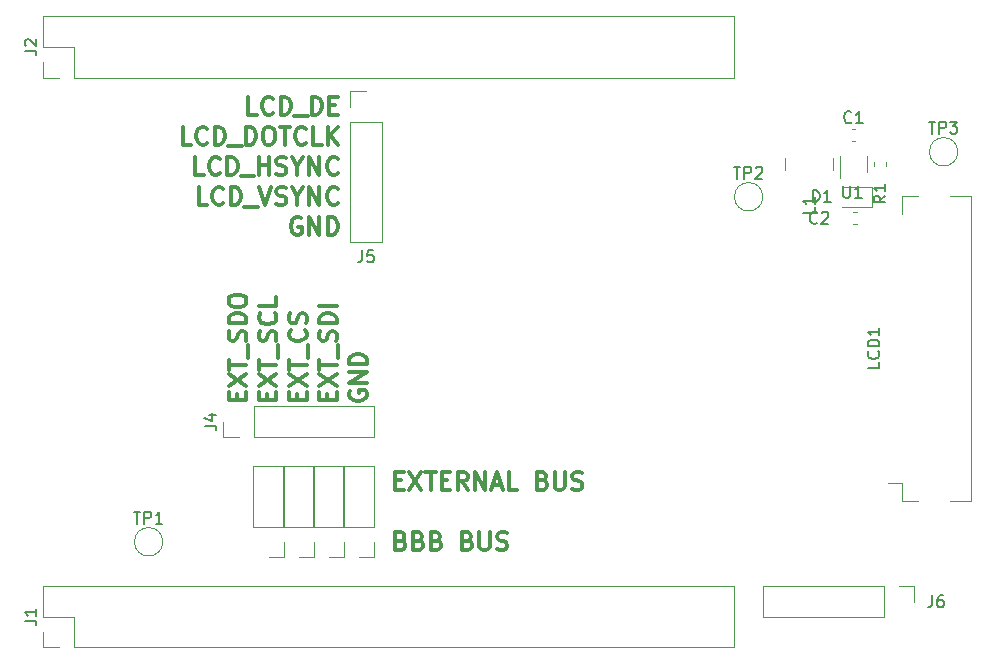
<source format=gto>
G04 #@! TF.GenerationSoftware,KiCad,Pcbnew,(5.1.0)-1*
G04 #@! TF.CreationDate,2019-05-27T21:22:36+02:00*
G04 #@! TF.ProjectId,TFT-Interface,5446542d-496e-4746-9572-666163652e6b,rev?*
G04 #@! TF.SameCoordinates,Original*
G04 #@! TF.FileFunction,Legend,Top*
G04 #@! TF.FilePolarity,Positive*
%FSLAX46Y46*%
G04 Gerber Fmt 4.6, Leading zero omitted, Abs format (unit mm)*
G04 Created by KiCad (PCBNEW (5.1.0)-1) date 2019-05-27 21:22:36*
%MOMM*%
%LPD*%
G04 APERTURE LIST*
%ADD10C,0.300000*%
%ADD11C,0.120000*%
%ADD12C,0.150000*%
G04 APERTURE END LIST*
D10*
X148742142Y-104182857D02*
X149242142Y-104182857D01*
X149456428Y-104968571D02*
X148742142Y-104968571D01*
X148742142Y-103468571D01*
X149456428Y-103468571D01*
X149956428Y-103468571D02*
X150956428Y-104968571D01*
X150956428Y-103468571D02*
X149956428Y-104968571D01*
X151313571Y-103468571D02*
X152170714Y-103468571D01*
X151742142Y-104968571D02*
X151742142Y-103468571D01*
X152670714Y-104182857D02*
X153170714Y-104182857D01*
X153385000Y-104968571D02*
X152670714Y-104968571D01*
X152670714Y-103468571D01*
X153385000Y-103468571D01*
X154885000Y-104968571D02*
X154385000Y-104254285D01*
X154027857Y-104968571D02*
X154027857Y-103468571D01*
X154599285Y-103468571D01*
X154742142Y-103540000D01*
X154813571Y-103611428D01*
X154885000Y-103754285D01*
X154885000Y-103968571D01*
X154813571Y-104111428D01*
X154742142Y-104182857D01*
X154599285Y-104254285D01*
X154027857Y-104254285D01*
X155527857Y-104968571D02*
X155527857Y-103468571D01*
X156385000Y-104968571D01*
X156385000Y-103468571D01*
X157027857Y-104540000D02*
X157742142Y-104540000D01*
X156885000Y-104968571D02*
X157385000Y-103468571D01*
X157885000Y-104968571D01*
X159099285Y-104968571D02*
X158385000Y-104968571D01*
X158385000Y-103468571D01*
X161242142Y-104182857D02*
X161456428Y-104254285D01*
X161527857Y-104325714D01*
X161599285Y-104468571D01*
X161599285Y-104682857D01*
X161527857Y-104825714D01*
X161456428Y-104897142D01*
X161313571Y-104968571D01*
X160742142Y-104968571D01*
X160742142Y-103468571D01*
X161242142Y-103468571D01*
X161385000Y-103540000D01*
X161456428Y-103611428D01*
X161527857Y-103754285D01*
X161527857Y-103897142D01*
X161456428Y-104040000D01*
X161385000Y-104111428D01*
X161242142Y-104182857D01*
X160742142Y-104182857D01*
X162242142Y-103468571D02*
X162242142Y-104682857D01*
X162313571Y-104825714D01*
X162385000Y-104897142D01*
X162527857Y-104968571D01*
X162813571Y-104968571D01*
X162956428Y-104897142D01*
X163027857Y-104825714D01*
X163099285Y-104682857D01*
X163099285Y-103468571D01*
X163742142Y-104897142D02*
X163956428Y-104968571D01*
X164313571Y-104968571D01*
X164456428Y-104897142D01*
X164527857Y-104825714D01*
X164599285Y-104682857D01*
X164599285Y-104540000D01*
X164527857Y-104397142D01*
X164456428Y-104325714D01*
X164313571Y-104254285D01*
X164027857Y-104182857D01*
X163885000Y-104111428D01*
X163813571Y-104040000D01*
X163742142Y-103897142D01*
X163742142Y-103754285D01*
X163813571Y-103611428D01*
X163885000Y-103540000D01*
X164027857Y-103468571D01*
X164385000Y-103468571D01*
X164599285Y-103540000D01*
X149242142Y-109282857D02*
X149456428Y-109354285D01*
X149527857Y-109425714D01*
X149599285Y-109568571D01*
X149599285Y-109782857D01*
X149527857Y-109925714D01*
X149456428Y-109997142D01*
X149313571Y-110068571D01*
X148742142Y-110068571D01*
X148742142Y-108568571D01*
X149242142Y-108568571D01*
X149385000Y-108640000D01*
X149456428Y-108711428D01*
X149527857Y-108854285D01*
X149527857Y-108997142D01*
X149456428Y-109140000D01*
X149385000Y-109211428D01*
X149242142Y-109282857D01*
X148742142Y-109282857D01*
X150742142Y-109282857D02*
X150956428Y-109354285D01*
X151027857Y-109425714D01*
X151099285Y-109568571D01*
X151099285Y-109782857D01*
X151027857Y-109925714D01*
X150956428Y-109997142D01*
X150813571Y-110068571D01*
X150242142Y-110068571D01*
X150242142Y-108568571D01*
X150742142Y-108568571D01*
X150885000Y-108640000D01*
X150956428Y-108711428D01*
X151027857Y-108854285D01*
X151027857Y-108997142D01*
X150956428Y-109140000D01*
X150885000Y-109211428D01*
X150742142Y-109282857D01*
X150242142Y-109282857D01*
X152242142Y-109282857D02*
X152456428Y-109354285D01*
X152527857Y-109425714D01*
X152599285Y-109568571D01*
X152599285Y-109782857D01*
X152527857Y-109925714D01*
X152456428Y-109997142D01*
X152313571Y-110068571D01*
X151742142Y-110068571D01*
X151742142Y-108568571D01*
X152242142Y-108568571D01*
X152385000Y-108640000D01*
X152456428Y-108711428D01*
X152527857Y-108854285D01*
X152527857Y-108997142D01*
X152456428Y-109140000D01*
X152385000Y-109211428D01*
X152242142Y-109282857D01*
X151742142Y-109282857D01*
X154885000Y-109282857D02*
X155099285Y-109354285D01*
X155170714Y-109425714D01*
X155242142Y-109568571D01*
X155242142Y-109782857D01*
X155170714Y-109925714D01*
X155099285Y-109997142D01*
X154956428Y-110068571D01*
X154385000Y-110068571D01*
X154385000Y-108568571D01*
X154885000Y-108568571D01*
X155027857Y-108640000D01*
X155099285Y-108711428D01*
X155170714Y-108854285D01*
X155170714Y-108997142D01*
X155099285Y-109140000D01*
X155027857Y-109211428D01*
X154885000Y-109282857D01*
X154385000Y-109282857D01*
X155885000Y-108568571D02*
X155885000Y-109782857D01*
X155956428Y-109925714D01*
X156027857Y-109997142D01*
X156170714Y-110068571D01*
X156456428Y-110068571D01*
X156599285Y-109997142D01*
X156670714Y-109925714D01*
X156742142Y-109782857D01*
X156742142Y-108568571D01*
X157385000Y-109997142D02*
X157599285Y-110068571D01*
X157956428Y-110068571D01*
X158099285Y-109997142D01*
X158170714Y-109925714D01*
X158242142Y-109782857D01*
X158242142Y-109640000D01*
X158170714Y-109497142D01*
X158099285Y-109425714D01*
X157956428Y-109354285D01*
X157670714Y-109282857D01*
X157527857Y-109211428D01*
X157456428Y-109140000D01*
X157385000Y-108997142D01*
X157385000Y-108854285D01*
X157456428Y-108711428D01*
X157527857Y-108640000D01*
X157670714Y-108568571D01*
X158027857Y-108568571D01*
X158242142Y-108640000D01*
X137042142Y-73208571D02*
X136327857Y-73208571D01*
X136327857Y-71708571D01*
X138399285Y-73065714D02*
X138327857Y-73137142D01*
X138113571Y-73208571D01*
X137970714Y-73208571D01*
X137756428Y-73137142D01*
X137613571Y-72994285D01*
X137542142Y-72851428D01*
X137470714Y-72565714D01*
X137470714Y-72351428D01*
X137542142Y-72065714D01*
X137613571Y-71922857D01*
X137756428Y-71780000D01*
X137970714Y-71708571D01*
X138113571Y-71708571D01*
X138327857Y-71780000D01*
X138399285Y-71851428D01*
X139042142Y-73208571D02*
X139042142Y-71708571D01*
X139399285Y-71708571D01*
X139613571Y-71780000D01*
X139756428Y-71922857D01*
X139827857Y-72065714D01*
X139899285Y-72351428D01*
X139899285Y-72565714D01*
X139827857Y-72851428D01*
X139756428Y-72994285D01*
X139613571Y-73137142D01*
X139399285Y-73208571D01*
X139042142Y-73208571D01*
X140185000Y-73351428D02*
X141327857Y-73351428D01*
X141685000Y-73208571D02*
X141685000Y-71708571D01*
X142042142Y-71708571D01*
X142256428Y-71780000D01*
X142399285Y-71922857D01*
X142470714Y-72065714D01*
X142542142Y-72351428D01*
X142542142Y-72565714D01*
X142470714Y-72851428D01*
X142399285Y-72994285D01*
X142256428Y-73137142D01*
X142042142Y-73208571D01*
X141685000Y-73208571D01*
X143185000Y-72422857D02*
X143685000Y-72422857D01*
X143899285Y-73208571D02*
X143185000Y-73208571D01*
X143185000Y-71708571D01*
X143899285Y-71708571D01*
X131470714Y-75758571D02*
X130756428Y-75758571D01*
X130756428Y-74258571D01*
X132827857Y-75615714D02*
X132756428Y-75687142D01*
X132542142Y-75758571D01*
X132399285Y-75758571D01*
X132185000Y-75687142D01*
X132042142Y-75544285D01*
X131970714Y-75401428D01*
X131899285Y-75115714D01*
X131899285Y-74901428D01*
X131970714Y-74615714D01*
X132042142Y-74472857D01*
X132185000Y-74330000D01*
X132399285Y-74258571D01*
X132542142Y-74258571D01*
X132756428Y-74330000D01*
X132827857Y-74401428D01*
X133470714Y-75758571D02*
X133470714Y-74258571D01*
X133827857Y-74258571D01*
X134042142Y-74330000D01*
X134185000Y-74472857D01*
X134256428Y-74615714D01*
X134327857Y-74901428D01*
X134327857Y-75115714D01*
X134256428Y-75401428D01*
X134185000Y-75544285D01*
X134042142Y-75687142D01*
X133827857Y-75758571D01*
X133470714Y-75758571D01*
X134613571Y-75901428D02*
X135756428Y-75901428D01*
X136113571Y-75758571D02*
X136113571Y-74258571D01*
X136470714Y-74258571D01*
X136685000Y-74330000D01*
X136827857Y-74472857D01*
X136899285Y-74615714D01*
X136970714Y-74901428D01*
X136970714Y-75115714D01*
X136899285Y-75401428D01*
X136827857Y-75544285D01*
X136685000Y-75687142D01*
X136470714Y-75758571D01*
X136113571Y-75758571D01*
X137899285Y-74258571D02*
X138185000Y-74258571D01*
X138327857Y-74330000D01*
X138470714Y-74472857D01*
X138542142Y-74758571D01*
X138542142Y-75258571D01*
X138470714Y-75544285D01*
X138327857Y-75687142D01*
X138185000Y-75758571D01*
X137899285Y-75758571D01*
X137756428Y-75687142D01*
X137613571Y-75544285D01*
X137542142Y-75258571D01*
X137542142Y-74758571D01*
X137613571Y-74472857D01*
X137756428Y-74330000D01*
X137899285Y-74258571D01*
X138970714Y-74258571D02*
X139827857Y-74258571D01*
X139399285Y-75758571D02*
X139399285Y-74258571D01*
X141185000Y-75615714D02*
X141113571Y-75687142D01*
X140899285Y-75758571D01*
X140756428Y-75758571D01*
X140542142Y-75687142D01*
X140399285Y-75544285D01*
X140327857Y-75401428D01*
X140256428Y-75115714D01*
X140256428Y-74901428D01*
X140327857Y-74615714D01*
X140399285Y-74472857D01*
X140542142Y-74330000D01*
X140756428Y-74258571D01*
X140899285Y-74258571D01*
X141113571Y-74330000D01*
X141185000Y-74401428D01*
X142542142Y-75758571D02*
X141827857Y-75758571D01*
X141827857Y-74258571D01*
X143042142Y-75758571D02*
X143042142Y-74258571D01*
X143899285Y-75758571D02*
X143256428Y-74901428D01*
X143899285Y-74258571D02*
X143042142Y-75115714D01*
X132542142Y-78308571D02*
X131827857Y-78308571D01*
X131827857Y-76808571D01*
X133899285Y-78165714D02*
X133827857Y-78237142D01*
X133613571Y-78308571D01*
X133470714Y-78308571D01*
X133256428Y-78237142D01*
X133113571Y-78094285D01*
X133042142Y-77951428D01*
X132970714Y-77665714D01*
X132970714Y-77451428D01*
X133042142Y-77165714D01*
X133113571Y-77022857D01*
X133256428Y-76880000D01*
X133470714Y-76808571D01*
X133613571Y-76808571D01*
X133827857Y-76880000D01*
X133899285Y-76951428D01*
X134542142Y-78308571D02*
X134542142Y-76808571D01*
X134899285Y-76808571D01*
X135113571Y-76880000D01*
X135256428Y-77022857D01*
X135327857Y-77165714D01*
X135399285Y-77451428D01*
X135399285Y-77665714D01*
X135327857Y-77951428D01*
X135256428Y-78094285D01*
X135113571Y-78237142D01*
X134899285Y-78308571D01*
X134542142Y-78308571D01*
X135685000Y-78451428D02*
X136827857Y-78451428D01*
X137185000Y-78308571D02*
X137185000Y-76808571D01*
X137185000Y-77522857D02*
X138042142Y-77522857D01*
X138042142Y-78308571D02*
X138042142Y-76808571D01*
X138685000Y-78237142D02*
X138899285Y-78308571D01*
X139256428Y-78308571D01*
X139399285Y-78237142D01*
X139470714Y-78165714D01*
X139542142Y-78022857D01*
X139542142Y-77880000D01*
X139470714Y-77737142D01*
X139399285Y-77665714D01*
X139256428Y-77594285D01*
X138970714Y-77522857D01*
X138827857Y-77451428D01*
X138756428Y-77380000D01*
X138685000Y-77237142D01*
X138685000Y-77094285D01*
X138756428Y-76951428D01*
X138827857Y-76880000D01*
X138970714Y-76808571D01*
X139327857Y-76808571D01*
X139542142Y-76880000D01*
X140470714Y-77594285D02*
X140470714Y-78308571D01*
X139970714Y-76808571D02*
X140470714Y-77594285D01*
X140970714Y-76808571D01*
X141470714Y-78308571D02*
X141470714Y-76808571D01*
X142327857Y-78308571D01*
X142327857Y-76808571D01*
X143899285Y-78165714D02*
X143827857Y-78237142D01*
X143613571Y-78308571D01*
X143470714Y-78308571D01*
X143256428Y-78237142D01*
X143113571Y-78094285D01*
X143042142Y-77951428D01*
X142970714Y-77665714D01*
X142970714Y-77451428D01*
X143042142Y-77165714D01*
X143113571Y-77022857D01*
X143256428Y-76880000D01*
X143470714Y-76808571D01*
X143613571Y-76808571D01*
X143827857Y-76880000D01*
X143899285Y-76951428D01*
X132827857Y-80858571D02*
X132113571Y-80858571D01*
X132113571Y-79358571D01*
X134185000Y-80715714D02*
X134113571Y-80787142D01*
X133899285Y-80858571D01*
X133756428Y-80858571D01*
X133542142Y-80787142D01*
X133399285Y-80644285D01*
X133327857Y-80501428D01*
X133256428Y-80215714D01*
X133256428Y-80001428D01*
X133327857Y-79715714D01*
X133399285Y-79572857D01*
X133542142Y-79430000D01*
X133756428Y-79358571D01*
X133899285Y-79358571D01*
X134113571Y-79430000D01*
X134185000Y-79501428D01*
X134827857Y-80858571D02*
X134827857Y-79358571D01*
X135185000Y-79358571D01*
X135399285Y-79430000D01*
X135542142Y-79572857D01*
X135613571Y-79715714D01*
X135685000Y-80001428D01*
X135685000Y-80215714D01*
X135613571Y-80501428D01*
X135542142Y-80644285D01*
X135399285Y-80787142D01*
X135185000Y-80858571D01*
X134827857Y-80858571D01*
X135970714Y-81001428D02*
X137113571Y-81001428D01*
X137256428Y-79358571D02*
X137756428Y-80858571D01*
X138256428Y-79358571D01*
X138685000Y-80787142D02*
X138899285Y-80858571D01*
X139256428Y-80858571D01*
X139399285Y-80787142D01*
X139470714Y-80715714D01*
X139542142Y-80572857D01*
X139542142Y-80430000D01*
X139470714Y-80287142D01*
X139399285Y-80215714D01*
X139256428Y-80144285D01*
X138970714Y-80072857D01*
X138827857Y-80001428D01*
X138756428Y-79930000D01*
X138685000Y-79787142D01*
X138685000Y-79644285D01*
X138756428Y-79501428D01*
X138827857Y-79430000D01*
X138970714Y-79358571D01*
X139327857Y-79358571D01*
X139542142Y-79430000D01*
X140470714Y-80144285D02*
X140470714Y-80858571D01*
X139970714Y-79358571D02*
X140470714Y-80144285D01*
X140970714Y-79358571D01*
X141470714Y-80858571D02*
X141470714Y-79358571D01*
X142327857Y-80858571D01*
X142327857Y-79358571D01*
X143899285Y-80715714D02*
X143827857Y-80787142D01*
X143613571Y-80858571D01*
X143470714Y-80858571D01*
X143256428Y-80787142D01*
X143113571Y-80644285D01*
X143042142Y-80501428D01*
X142970714Y-80215714D01*
X142970714Y-80001428D01*
X143042142Y-79715714D01*
X143113571Y-79572857D01*
X143256428Y-79430000D01*
X143470714Y-79358571D01*
X143613571Y-79358571D01*
X143827857Y-79430000D01*
X143899285Y-79501428D01*
X140756428Y-81980000D02*
X140613571Y-81908571D01*
X140399285Y-81908571D01*
X140185000Y-81980000D01*
X140042142Y-82122857D01*
X139970714Y-82265714D01*
X139899285Y-82551428D01*
X139899285Y-82765714D01*
X139970714Y-83051428D01*
X140042142Y-83194285D01*
X140185000Y-83337142D01*
X140399285Y-83408571D01*
X140542142Y-83408571D01*
X140756428Y-83337142D01*
X140827857Y-83265714D01*
X140827857Y-82765714D01*
X140542142Y-82765714D01*
X141470714Y-83408571D02*
X141470714Y-81908571D01*
X142327857Y-83408571D01*
X142327857Y-81908571D01*
X143042142Y-83408571D02*
X143042142Y-81908571D01*
X143399285Y-81908571D01*
X143613571Y-81980000D01*
X143756428Y-82122857D01*
X143827857Y-82265714D01*
X143899285Y-82551428D01*
X143899285Y-82765714D01*
X143827857Y-83051428D01*
X143756428Y-83194285D01*
X143613571Y-83337142D01*
X143399285Y-83408571D01*
X143042142Y-83408571D01*
X135362857Y-97397857D02*
X135362857Y-96897857D01*
X136148571Y-96683571D02*
X136148571Y-97397857D01*
X134648571Y-97397857D01*
X134648571Y-96683571D01*
X134648571Y-96183571D02*
X136148571Y-95183571D01*
X134648571Y-95183571D02*
X136148571Y-96183571D01*
X134648571Y-94826428D02*
X134648571Y-93969285D01*
X136148571Y-94397857D02*
X134648571Y-94397857D01*
X136291428Y-93826428D02*
X136291428Y-92683571D01*
X136077142Y-92397857D02*
X136148571Y-92183571D01*
X136148571Y-91826428D01*
X136077142Y-91683571D01*
X136005714Y-91612142D01*
X135862857Y-91540714D01*
X135720000Y-91540714D01*
X135577142Y-91612142D01*
X135505714Y-91683571D01*
X135434285Y-91826428D01*
X135362857Y-92112142D01*
X135291428Y-92255000D01*
X135220000Y-92326428D01*
X135077142Y-92397857D01*
X134934285Y-92397857D01*
X134791428Y-92326428D01*
X134720000Y-92255000D01*
X134648571Y-92112142D01*
X134648571Y-91755000D01*
X134720000Y-91540714D01*
X136148571Y-90897857D02*
X134648571Y-90897857D01*
X134648571Y-90540714D01*
X134720000Y-90326428D01*
X134862857Y-90183571D01*
X135005714Y-90112142D01*
X135291428Y-90040714D01*
X135505714Y-90040714D01*
X135791428Y-90112142D01*
X135934285Y-90183571D01*
X136077142Y-90326428D01*
X136148571Y-90540714D01*
X136148571Y-90897857D01*
X134648571Y-89112142D02*
X134648571Y-88826428D01*
X134720000Y-88683571D01*
X134862857Y-88540714D01*
X135148571Y-88469285D01*
X135648571Y-88469285D01*
X135934285Y-88540714D01*
X136077142Y-88683571D01*
X136148571Y-88826428D01*
X136148571Y-89112142D01*
X136077142Y-89255000D01*
X135934285Y-89397857D01*
X135648571Y-89469285D01*
X135148571Y-89469285D01*
X134862857Y-89397857D01*
X134720000Y-89255000D01*
X134648571Y-89112142D01*
X137912857Y-97397857D02*
X137912857Y-96897857D01*
X138698571Y-96683571D02*
X138698571Y-97397857D01*
X137198571Y-97397857D01*
X137198571Y-96683571D01*
X137198571Y-96183571D02*
X138698571Y-95183571D01*
X137198571Y-95183571D02*
X138698571Y-96183571D01*
X137198571Y-94826428D02*
X137198571Y-93969285D01*
X138698571Y-94397857D02*
X137198571Y-94397857D01*
X138841428Y-93826428D02*
X138841428Y-92683571D01*
X138627142Y-92397857D02*
X138698571Y-92183571D01*
X138698571Y-91826428D01*
X138627142Y-91683571D01*
X138555714Y-91612142D01*
X138412857Y-91540714D01*
X138270000Y-91540714D01*
X138127142Y-91612142D01*
X138055714Y-91683571D01*
X137984285Y-91826428D01*
X137912857Y-92112142D01*
X137841428Y-92255000D01*
X137770000Y-92326428D01*
X137627142Y-92397857D01*
X137484285Y-92397857D01*
X137341428Y-92326428D01*
X137270000Y-92255000D01*
X137198571Y-92112142D01*
X137198571Y-91755000D01*
X137270000Y-91540714D01*
X138555714Y-90040714D02*
X138627142Y-90112142D01*
X138698571Y-90326428D01*
X138698571Y-90469285D01*
X138627142Y-90683571D01*
X138484285Y-90826428D01*
X138341428Y-90897857D01*
X138055714Y-90969285D01*
X137841428Y-90969285D01*
X137555714Y-90897857D01*
X137412857Y-90826428D01*
X137270000Y-90683571D01*
X137198571Y-90469285D01*
X137198571Y-90326428D01*
X137270000Y-90112142D01*
X137341428Y-90040714D01*
X138698571Y-88683571D02*
X138698571Y-89397857D01*
X137198571Y-89397857D01*
X140462857Y-97397857D02*
X140462857Y-96897857D01*
X141248571Y-96683571D02*
X141248571Y-97397857D01*
X139748571Y-97397857D01*
X139748571Y-96683571D01*
X139748571Y-96183571D02*
X141248571Y-95183571D01*
X139748571Y-95183571D02*
X141248571Y-96183571D01*
X139748571Y-94826428D02*
X139748571Y-93969285D01*
X141248571Y-94397857D02*
X139748571Y-94397857D01*
X141391428Y-93826428D02*
X141391428Y-92683571D01*
X141105714Y-91469285D02*
X141177142Y-91540714D01*
X141248571Y-91755000D01*
X141248571Y-91897857D01*
X141177142Y-92112142D01*
X141034285Y-92255000D01*
X140891428Y-92326428D01*
X140605714Y-92397857D01*
X140391428Y-92397857D01*
X140105714Y-92326428D01*
X139962857Y-92255000D01*
X139820000Y-92112142D01*
X139748571Y-91897857D01*
X139748571Y-91755000D01*
X139820000Y-91540714D01*
X139891428Y-91469285D01*
X141177142Y-90897857D02*
X141248571Y-90683571D01*
X141248571Y-90326428D01*
X141177142Y-90183571D01*
X141105714Y-90112142D01*
X140962857Y-90040714D01*
X140820000Y-90040714D01*
X140677142Y-90112142D01*
X140605714Y-90183571D01*
X140534285Y-90326428D01*
X140462857Y-90612142D01*
X140391428Y-90755000D01*
X140320000Y-90826428D01*
X140177142Y-90897857D01*
X140034285Y-90897857D01*
X139891428Y-90826428D01*
X139820000Y-90755000D01*
X139748571Y-90612142D01*
X139748571Y-90255000D01*
X139820000Y-90040714D01*
X143012857Y-97397857D02*
X143012857Y-96897857D01*
X143798571Y-96683571D02*
X143798571Y-97397857D01*
X142298571Y-97397857D01*
X142298571Y-96683571D01*
X142298571Y-96183571D02*
X143798571Y-95183571D01*
X142298571Y-95183571D02*
X143798571Y-96183571D01*
X142298571Y-94826428D02*
X142298571Y-93969285D01*
X143798571Y-94397857D02*
X142298571Y-94397857D01*
X143941428Y-93826428D02*
X143941428Y-92683571D01*
X143727142Y-92397857D02*
X143798571Y-92183571D01*
X143798571Y-91826428D01*
X143727142Y-91683571D01*
X143655714Y-91612142D01*
X143512857Y-91540714D01*
X143370000Y-91540714D01*
X143227142Y-91612142D01*
X143155714Y-91683571D01*
X143084285Y-91826428D01*
X143012857Y-92112142D01*
X142941428Y-92255000D01*
X142870000Y-92326428D01*
X142727142Y-92397857D01*
X142584285Y-92397857D01*
X142441428Y-92326428D01*
X142370000Y-92255000D01*
X142298571Y-92112142D01*
X142298571Y-91755000D01*
X142370000Y-91540714D01*
X143798571Y-90897857D02*
X142298571Y-90897857D01*
X142298571Y-90540714D01*
X142370000Y-90326428D01*
X142512857Y-90183571D01*
X142655714Y-90112142D01*
X142941428Y-90040714D01*
X143155714Y-90040714D01*
X143441428Y-90112142D01*
X143584285Y-90183571D01*
X143727142Y-90326428D01*
X143798571Y-90540714D01*
X143798571Y-90897857D01*
X143798571Y-89397857D02*
X142298571Y-89397857D01*
X144920000Y-96612142D02*
X144848571Y-96755000D01*
X144848571Y-96969285D01*
X144920000Y-97183571D01*
X145062857Y-97326428D01*
X145205714Y-97397857D01*
X145491428Y-97469285D01*
X145705714Y-97469285D01*
X145991428Y-97397857D01*
X146134285Y-97326428D01*
X146277142Y-97183571D01*
X146348571Y-96969285D01*
X146348571Y-96826428D01*
X146277142Y-96612142D01*
X146205714Y-96540714D01*
X145705714Y-96540714D01*
X145705714Y-96826428D01*
X146348571Y-95897857D02*
X144848571Y-95897857D01*
X146348571Y-95040714D01*
X144848571Y-95040714D01*
X146348571Y-94326428D02*
X144848571Y-94326428D01*
X144848571Y-93969285D01*
X144920000Y-93755000D01*
X145062857Y-93612142D01*
X145205714Y-93540714D01*
X145491428Y-93469285D01*
X145705714Y-93469285D01*
X145991428Y-93540714D01*
X146134285Y-93612142D01*
X146277142Y-93755000D01*
X146348571Y-93969285D01*
X146348571Y-94326428D01*
D11*
X179880000Y-113130000D02*
X179880000Y-115790000D01*
X190100000Y-113130000D02*
X179880000Y-113130000D01*
X190100000Y-115790000D02*
X179880000Y-115790000D01*
X190100000Y-113130000D02*
X190100000Y-115790000D01*
X191370000Y-113130000D02*
X192700000Y-113130000D01*
X192700000Y-113130000D02*
X192700000Y-114460000D01*
X144955000Y-71220000D02*
X146285000Y-71220000D01*
X144955000Y-72550000D02*
X144955000Y-71220000D01*
X144955000Y-73820000D02*
X147615000Y-73820000D01*
X147615000Y-73820000D02*
X147615000Y-84040000D01*
X144955000Y-73820000D02*
X144955000Y-84040000D01*
X144955000Y-84040000D02*
X147615000Y-84040000D01*
X146980000Y-100550000D02*
X146980000Y-97890000D01*
X136760000Y-100550000D02*
X146980000Y-100550000D01*
X136760000Y-97890000D02*
X146980000Y-97890000D01*
X136760000Y-100550000D02*
X136760000Y-97890000D01*
X135490000Y-100550000D02*
X134160000Y-100550000D01*
X134160000Y-100550000D02*
X134160000Y-99220000D01*
X187812779Y-81490000D02*
X187487221Y-81490000D01*
X187812779Y-82510000D02*
X187487221Y-82510000D01*
X181790000Y-77900000D02*
X181790000Y-76920000D01*
X185810000Y-77900000D02*
X185810000Y-76920000D01*
X186390000Y-76710000D02*
X186390000Y-78610000D01*
X188710000Y-78110000D02*
X188710000Y-76710000D01*
X189098000Y-81006000D02*
X189098000Y-79306000D01*
X189098000Y-79306000D02*
X186548000Y-79306000D01*
X189098000Y-81006000D02*
X186548000Y-81006000D01*
X139360000Y-110710000D02*
X138030000Y-110710000D01*
X139360000Y-109380000D02*
X139360000Y-110710000D01*
X139360000Y-108110000D02*
X136700000Y-108110000D01*
X136700000Y-108110000D02*
X136700000Y-102970000D01*
X139360000Y-108110000D02*
X139360000Y-102970000D01*
X139360000Y-102970000D02*
X136700000Y-102970000D01*
X141900000Y-102970000D02*
X139240000Y-102970000D01*
X141900000Y-108110000D02*
X141900000Y-102970000D01*
X139240000Y-108110000D02*
X139240000Y-102970000D01*
X141900000Y-108110000D02*
X139240000Y-108110000D01*
X141900000Y-109380000D02*
X141900000Y-110710000D01*
X141900000Y-110710000D02*
X140570000Y-110710000D01*
X146980000Y-110710000D02*
X145650000Y-110710000D01*
X146980000Y-109380000D02*
X146980000Y-110710000D01*
X146980000Y-108110000D02*
X144320000Y-108110000D01*
X144320000Y-108110000D02*
X144320000Y-102970000D01*
X146980000Y-108110000D02*
X146980000Y-102970000D01*
X146980000Y-102970000D02*
X144320000Y-102970000D01*
X144440000Y-102970000D02*
X141780000Y-102970000D01*
X144440000Y-108110000D02*
X144440000Y-102970000D01*
X141780000Y-108110000D02*
X141780000Y-102970000D01*
X144440000Y-108110000D02*
X141780000Y-108110000D01*
X144440000Y-109380000D02*
X144440000Y-110710000D01*
X144440000Y-110710000D02*
X143110000Y-110710000D01*
X118920000Y-70080000D02*
X118920000Y-68750000D01*
X120250000Y-70080000D02*
X118920000Y-70080000D01*
X118920000Y-67480000D02*
X118920000Y-64880000D01*
X121520000Y-67480000D02*
X118920000Y-67480000D01*
X121520000Y-70080000D02*
X121520000Y-67480000D01*
X118920000Y-64880000D02*
X177460000Y-64880000D01*
X121520000Y-70080000D02*
X177460000Y-70080000D01*
X177460000Y-70080000D02*
X177460000Y-64880000D01*
X177460000Y-118330000D02*
X177460000Y-113130000D01*
X121520000Y-118330000D02*
X177460000Y-118330000D01*
X118920000Y-113130000D02*
X177460000Y-113130000D01*
X121520000Y-118330000D02*
X121520000Y-115730000D01*
X121520000Y-115730000D02*
X118920000Y-115730000D01*
X118920000Y-115730000D02*
X118920000Y-113130000D01*
X120250000Y-118330000D02*
X118920000Y-118330000D01*
X118920000Y-118330000D02*
X118920000Y-117000000D01*
X179870000Y-80170000D02*
G75*
G03X179870000Y-80170000I-1200000J0D01*
G01*
X196380000Y-76360000D02*
G75*
G03X196380000Y-76360000I-1200000J0D01*
G01*
X129070000Y-109380000D02*
G75*
G03X129070000Y-109380000I-1200000J0D01*
G01*
X187387221Y-74400000D02*
X187712779Y-74400000D01*
X187387221Y-75420000D02*
X187712779Y-75420000D01*
X191700000Y-104410000D02*
X190500000Y-104410000D01*
X197500000Y-80100000D02*
X195760000Y-80100000D01*
X197500000Y-105900000D02*
X197500000Y-80100000D01*
X195760000Y-105900000D02*
X197500000Y-105900000D01*
X191700000Y-80100000D02*
X193040000Y-80100000D01*
X191700000Y-81590000D02*
X191700000Y-80100000D01*
X191700000Y-105900000D02*
X193040000Y-105900000D01*
X191700000Y-104410000D02*
X191700000Y-105900000D01*
X189290000Y-77572779D02*
X189290000Y-77247221D01*
X190310000Y-77572779D02*
X190310000Y-77247221D01*
D12*
X194211666Y-113912380D02*
X194211666Y-114626666D01*
X194164047Y-114769523D01*
X194068809Y-114864761D01*
X193925952Y-114912380D01*
X193830714Y-114912380D01*
X195116428Y-113912380D02*
X194925952Y-113912380D01*
X194830714Y-113960000D01*
X194783095Y-114007619D01*
X194687857Y-114150476D01*
X194640238Y-114340952D01*
X194640238Y-114721904D01*
X194687857Y-114817142D01*
X194735476Y-114864761D01*
X194830714Y-114912380D01*
X195021190Y-114912380D01*
X195116428Y-114864761D01*
X195164047Y-114817142D01*
X195211666Y-114721904D01*
X195211666Y-114483809D01*
X195164047Y-114388571D01*
X195116428Y-114340952D01*
X195021190Y-114293333D01*
X194830714Y-114293333D01*
X194735476Y-114340952D01*
X194687857Y-114388571D01*
X194640238Y-114483809D01*
X145951666Y-84702380D02*
X145951666Y-85416666D01*
X145904047Y-85559523D01*
X145808809Y-85654761D01*
X145665952Y-85702380D01*
X145570714Y-85702380D01*
X146904047Y-84702380D02*
X146427857Y-84702380D01*
X146380238Y-85178571D01*
X146427857Y-85130952D01*
X146523095Y-85083333D01*
X146761190Y-85083333D01*
X146856428Y-85130952D01*
X146904047Y-85178571D01*
X146951666Y-85273809D01*
X146951666Y-85511904D01*
X146904047Y-85607142D01*
X146856428Y-85654761D01*
X146761190Y-85702380D01*
X146523095Y-85702380D01*
X146427857Y-85654761D01*
X146380238Y-85607142D01*
X132612380Y-99553333D02*
X133326666Y-99553333D01*
X133469523Y-99600952D01*
X133564761Y-99696190D01*
X133612380Y-99839047D01*
X133612380Y-99934285D01*
X132945714Y-98648571D02*
X133612380Y-98648571D01*
X132564761Y-98886666D02*
X133279047Y-99124761D01*
X133279047Y-98505714D01*
X184483333Y-82357142D02*
X184435714Y-82404761D01*
X184292857Y-82452380D01*
X184197619Y-82452380D01*
X184054761Y-82404761D01*
X183959523Y-82309523D01*
X183911904Y-82214285D01*
X183864285Y-82023809D01*
X183864285Y-81880952D01*
X183911904Y-81690476D01*
X183959523Y-81595238D01*
X184054761Y-81500000D01*
X184197619Y-81452380D01*
X184292857Y-81452380D01*
X184435714Y-81500000D01*
X184483333Y-81547619D01*
X184864285Y-81547619D02*
X184911904Y-81500000D01*
X185007142Y-81452380D01*
X185245238Y-81452380D01*
X185340476Y-81500000D01*
X185388095Y-81547619D01*
X185435714Y-81642857D01*
X185435714Y-81738095D01*
X185388095Y-81880952D01*
X184816666Y-82452380D01*
X185435714Y-82452380D01*
X184252380Y-81076666D02*
X184252380Y-81552857D01*
X183252380Y-81552857D01*
X184252380Y-80219523D02*
X184252380Y-80790952D01*
X184252380Y-80505238D02*
X183252380Y-80505238D01*
X183395238Y-80600476D01*
X183490476Y-80695714D01*
X183538095Y-80790952D01*
X186685472Y-79265200D02*
X186685472Y-80074724D01*
X186733091Y-80169962D01*
X186780710Y-80217581D01*
X186875948Y-80265200D01*
X187066424Y-80265200D01*
X187161662Y-80217581D01*
X187209281Y-80169962D01*
X187256900Y-80074724D01*
X187256900Y-79265200D01*
X188256900Y-80265200D02*
X187685472Y-80265200D01*
X187971186Y-80265200D02*
X187971186Y-79265200D01*
X187875948Y-79408058D01*
X187780710Y-79503296D01*
X187685472Y-79550915D01*
X184109904Y-80608380D02*
X184109904Y-79608380D01*
X184348000Y-79608380D01*
X184490857Y-79656000D01*
X184586095Y-79751238D01*
X184633714Y-79846476D01*
X184681333Y-80036952D01*
X184681333Y-80179809D01*
X184633714Y-80370285D01*
X184586095Y-80465523D01*
X184490857Y-80560761D01*
X184348000Y-80608380D01*
X184109904Y-80608380D01*
X185633714Y-80608380D02*
X185062285Y-80608380D01*
X185348000Y-80608380D02*
X185348000Y-79608380D01*
X185252761Y-79751238D01*
X185157523Y-79846476D01*
X185062285Y-79894095D01*
X117372380Y-67813333D02*
X118086666Y-67813333D01*
X118229523Y-67860952D01*
X118324761Y-67956190D01*
X118372380Y-68099047D01*
X118372380Y-68194285D01*
X117467619Y-67384761D02*
X117420000Y-67337142D01*
X117372380Y-67241904D01*
X117372380Y-67003809D01*
X117420000Y-66908571D01*
X117467619Y-66860952D01*
X117562857Y-66813333D01*
X117658095Y-66813333D01*
X117800952Y-66860952D01*
X118372380Y-67432380D01*
X118372380Y-66813333D01*
X117372380Y-116063333D02*
X118086666Y-116063333D01*
X118229523Y-116110952D01*
X118324761Y-116206190D01*
X118372380Y-116349047D01*
X118372380Y-116444285D01*
X118372380Y-115063333D02*
X118372380Y-115634761D01*
X118372380Y-115349047D02*
X117372380Y-115349047D01*
X117515238Y-115444285D01*
X117610476Y-115539523D01*
X117658095Y-115634761D01*
X177408095Y-77624380D02*
X177979523Y-77624380D01*
X177693809Y-78624380D02*
X177693809Y-77624380D01*
X178312857Y-78624380D02*
X178312857Y-77624380D01*
X178693809Y-77624380D01*
X178789047Y-77672000D01*
X178836666Y-77719619D01*
X178884285Y-77814857D01*
X178884285Y-77957714D01*
X178836666Y-78052952D01*
X178789047Y-78100571D01*
X178693809Y-78148190D01*
X178312857Y-78148190D01*
X179265238Y-77719619D02*
X179312857Y-77672000D01*
X179408095Y-77624380D01*
X179646190Y-77624380D01*
X179741428Y-77672000D01*
X179789047Y-77719619D01*
X179836666Y-77814857D01*
X179836666Y-77910095D01*
X179789047Y-78052952D01*
X179217619Y-78624380D01*
X179836666Y-78624380D01*
X193918095Y-73814380D02*
X194489523Y-73814380D01*
X194203809Y-74814380D02*
X194203809Y-73814380D01*
X194822857Y-74814380D02*
X194822857Y-73814380D01*
X195203809Y-73814380D01*
X195299047Y-73862000D01*
X195346666Y-73909619D01*
X195394285Y-74004857D01*
X195394285Y-74147714D01*
X195346666Y-74242952D01*
X195299047Y-74290571D01*
X195203809Y-74338190D01*
X194822857Y-74338190D01*
X195727619Y-73814380D02*
X196346666Y-73814380D01*
X196013333Y-74195333D01*
X196156190Y-74195333D01*
X196251428Y-74242952D01*
X196299047Y-74290571D01*
X196346666Y-74385809D01*
X196346666Y-74623904D01*
X196299047Y-74719142D01*
X196251428Y-74766761D01*
X196156190Y-74814380D01*
X195870476Y-74814380D01*
X195775238Y-74766761D01*
X195727619Y-74719142D01*
X126608095Y-106834380D02*
X127179523Y-106834380D01*
X126893809Y-107834380D02*
X126893809Y-106834380D01*
X127512857Y-107834380D02*
X127512857Y-106834380D01*
X127893809Y-106834380D01*
X127989047Y-106882000D01*
X128036666Y-106929619D01*
X128084285Y-107024857D01*
X128084285Y-107167714D01*
X128036666Y-107262952D01*
X127989047Y-107310571D01*
X127893809Y-107358190D01*
X127512857Y-107358190D01*
X129036666Y-107834380D02*
X128465238Y-107834380D01*
X128750952Y-107834380D02*
X128750952Y-106834380D01*
X128655714Y-106977238D01*
X128560476Y-107072476D01*
X128465238Y-107120095D01*
X187383333Y-73837142D02*
X187335714Y-73884761D01*
X187192857Y-73932380D01*
X187097619Y-73932380D01*
X186954761Y-73884761D01*
X186859523Y-73789523D01*
X186811904Y-73694285D01*
X186764285Y-73503809D01*
X186764285Y-73360952D01*
X186811904Y-73170476D01*
X186859523Y-73075238D01*
X186954761Y-72980000D01*
X187097619Y-72932380D01*
X187192857Y-72932380D01*
X187335714Y-72980000D01*
X187383333Y-73027619D01*
X188335714Y-73932380D02*
X187764285Y-73932380D01*
X188050000Y-73932380D02*
X188050000Y-72932380D01*
X187954761Y-73075238D01*
X187859523Y-73170476D01*
X187764285Y-73218095D01*
X189752380Y-94166666D02*
X189752380Y-94642857D01*
X188752380Y-94642857D01*
X189657142Y-93261904D02*
X189704761Y-93309523D01*
X189752380Y-93452380D01*
X189752380Y-93547619D01*
X189704761Y-93690476D01*
X189609523Y-93785714D01*
X189514285Y-93833333D01*
X189323809Y-93880952D01*
X189180952Y-93880952D01*
X188990476Y-93833333D01*
X188895238Y-93785714D01*
X188800000Y-93690476D01*
X188752380Y-93547619D01*
X188752380Y-93452380D01*
X188800000Y-93309523D01*
X188847619Y-93261904D01*
X189752380Y-92833333D02*
X188752380Y-92833333D01*
X188752380Y-92595238D01*
X188800000Y-92452380D01*
X188895238Y-92357142D01*
X188990476Y-92309523D01*
X189180952Y-92261904D01*
X189323809Y-92261904D01*
X189514285Y-92309523D01*
X189609523Y-92357142D01*
X189704761Y-92452380D01*
X189752380Y-92595238D01*
X189752380Y-92833333D01*
X189752380Y-91309523D02*
X189752380Y-91880952D01*
X189752380Y-91595238D02*
X188752380Y-91595238D01*
X188895238Y-91690476D01*
X188990476Y-91785714D01*
X189038095Y-91880952D01*
X190252380Y-80076666D02*
X189776190Y-80410000D01*
X190252380Y-80648095D02*
X189252380Y-80648095D01*
X189252380Y-80267142D01*
X189300000Y-80171904D01*
X189347619Y-80124285D01*
X189442857Y-80076666D01*
X189585714Y-80076666D01*
X189680952Y-80124285D01*
X189728571Y-80171904D01*
X189776190Y-80267142D01*
X189776190Y-80648095D01*
X190252380Y-79124285D02*
X190252380Y-79695714D01*
X190252380Y-79410000D02*
X189252380Y-79410000D01*
X189395238Y-79505238D01*
X189490476Y-79600476D01*
X189538095Y-79695714D01*
M02*

</source>
